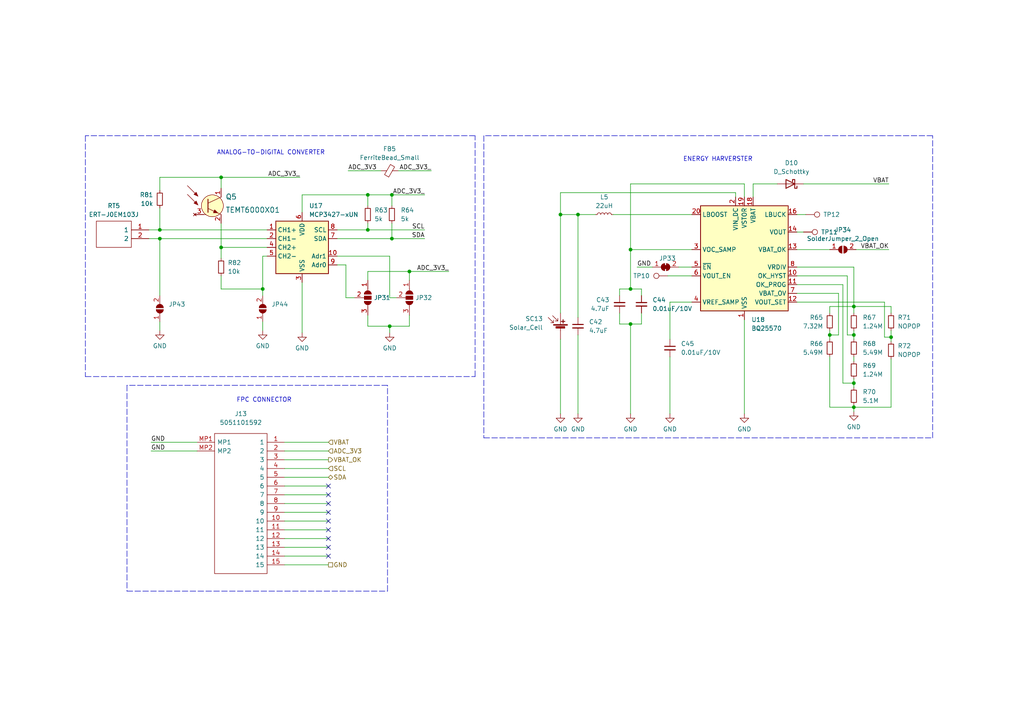
<source format=kicad_sch>
(kicad_sch (version 20211123) (generator eeschema)
  (paper "A4")
  (title_block (title "FZSatellite") (date "2022-10-21") (rev "2") (company "Fiozera - fiozera.com.br") (comment 1 "https://github.com/fiozera/FZsatellite") (comment 2 "Licensed under CERN-OHL-S v2 or later"))
  (lib_symbols
    (symbol "Analog_ADC:MCP3427-xUN"
      (property "Reference" "U" (at -3.81 8.89 0))
      (property "Value" "MCP3427-xUN" (at 2.54 8.89 0))
      (symbol "MCP3427-xUN_0_1"
        (rectangle (start -7.62 7.62) (end 7.62 -7.62) (stroke (width 0.254)) (fill (type background)))
      )
      (symbol "MCP3427-xUN_1_1"
        (pin input line (at -10.16 5.08 0) (length 2.54) (name "CH1+") (number "1"))
        (pin input line (at 10.16 -2.54 180) (length 2.54) (name "Adr1") (number "10"))
        (pin input line (at -10.16 2.54 0) (length 2.54) (name "CH1-") (number "2"))
        (pin power_in line (at 0 -10.16 90) (length 2.54) (name "VSS") (number "3"))
        (pin input line (at -10.16 0 0) (length 2.54) (name "CH2+") (number "4"))
        (pin input line (at -10.16 -2.54 0) (length 2.54) (name "CH2-") (number "5"))
        (pin power_in line (at 0 10.16 270) (length 2.54) (name "VDD") (number "6"))
        (pin bidirectional line (at 10.16 2.54 180) (length 2.54) (name "SDA") (number "7"))
        (pin input line (at 10.16 5.08 180) (length 2.54) (name "SCL") (number "8"))
        (pin input line (at 10.16 -5.08 180) (length 2.54) (name "Adr0") (number "9"))
      )
    )
    (symbol "Battery_Management:BQ25570"
      (property "Reference" "U" (at -12.7 16.51 0))
      (property "Value" "BQ25570" (at 10.16 16.51 0))
      (symbol "BQ25570_0_1"
        (rectangle (start -12.7 15.24) (end 12.7 -15.24) (stroke (width 0.254)) (fill (type background)))
      )
      (symbol "BQ25570_1_1"
        (pin power_in line (at 0 -17.78 90) (length 2.54) (name "VSS") (number "1"))
        (pin input line (at 15.24 -5.08 180) (length 2.54) (name "OK_HYST") (number "10"))
        (pin input line (at 15.24 -7.62 180) (length 2.54) (name "OK_PROG") (number "11"))
        (pin input line (at 15.24 -12.7 180) (length 2.54) (name "VOUT_SET") (number "12"))
        (pin output line (at 15.24 2.54 180) (length 2.54) (name "VBAT_OK") (number "13"))
        (pin input line (at 15.24 7.62 180) (length 2.54) (name "VOUT") (number "14"))
        (pin passive line (at 0 -17.78 90) (length 2.54) hide (name "VSS") (number "15"))
        (pin passive line (at 15.24 12.7 180) (length 2.54) (name "LBUCK") (number "16"))
        (pin passive line (at 0 -17.78 90) (length 2.54) hide (name "VSS") (number "17"))
        (pin power_in line (at 2.54 17.78 270) (length 2.54) (name "VBAT") (number "18"))
        (pin power_out line (at 0 17.78 270) (length 2.54) (name "VSTOR") (number "19"))
        (pin power_in line (at -2.54 17.78 270) (length 2.54) (name "VIN_DC") (number "2"))
        (pin passive line (at -15.24 12.7 0) (length 2.54) (name "LBOOST") (number "20"))
        (pin passive line (at 0 -17.78 90) (length 2.54) hide (name "VSS") (number "21"))
        (pin input line (at -15.24 2.54 0) (length 2.54) (name "VOC_SAMP") (number "3"))
        (pin passive line (at -15.24 -12.7 0) (length 2.54) (name "VREF_SAMP") (number "4"))
        (pin input line (at -15.24 -2.54 0) (length 2.54) (name "~{EN}") (number "5"))
        (pin input line (at -15.24 -5.08 0) (length 2.54) (name "VOUT_EN") (number "6"))
        (pin input line (at 15.24 -10.16 180) (length 2.54) (name "VBAT_OV") (number "7"))
        (pin output line (at 15.24 -2.54 180) (length 2.54) (name "VRDIV") (number "8"))
        (pin passive line (at 0 -17.78 90) (length 2.54) hide (name "VSS") (number "9"))
      )
    )
    (symbol "Connector:TestPoint" (pin_numbers hide) (pin_names (offset 0.762) hide)
      (property "Reference" "TP" (at 0 6.858 0))
      (property "Value" "TestPoint" (at 0 5.08 0))
      (symbol "TestPoint_0_1"
        (circle (center 0 3.302) (radius 0.762))
      )
      (symbol "TestPoint_1_1"
        (pin passive line (at 0 0 90) (length 2.54) (name "1") (number "1"))
      )
    )
    (symbol "Device:C_Small" (pin_numbers hide) (pin_names (offset 0.254) hide)
      (property "Reference" "C" (at 0.254 1.778 0))
      (property "Value" "C_Small" (at 0.254 -2.032 0))
      (symbol "C_Small_0_1"
        (polyline (pts (xy -1.524 -0.508) (xy 1.524 -0.508)) (stroke (width 0.3302)))
        (polyline (pts (xy -1.524 0.508) (xy 1.524 0.508)) (stroke (width 0.3048)))
      )
      (symbol "C_Small_1_1"
        (pin passive line (at 0 2.54 270) (length 2.032) (name "~") (number "1"))
        (pin passive line (at 0 -2.54 90) (length 2.032) (name "~") (number "2"))
      )
    )
    (symbol "Device:D_Schottky" (pin_numbers hide) (pin_names (offset 1.016) hide)
      (property "Reference" "D" (at 0 2.54 0))
      (property "Value" "D_Schottky" (at 0 -2.54 0))
      (symbol "D_Schottky_0_1"
        (polyline (pts (xy 1.27 0) (xy -1.27 0)))
        (polyline (pts (xy 1.27 1.27) (xy 1.27 -1.27) (xy -1.27 0) (xy 1.27 1.27)) (stroke (width 0.254)))
        (polyline (pts (xy -1.905 0.635) (xy -1.905 1.27) (xy -1.27 1.27) (xy -1.27 -1.27) (xy -0.635 -1.27) (xy -0.635 -0.635)) (stroke (width 0.254)))
      )
      (symbol "D_Schottky_1_1"
        (pin passive line (at -3.81 0 0) (length 2.54) (name "K") (number "1"))
        (pin passive line (at 3.81 0 180) (length 2.54) (name "A") (number "2"))
      )
    )
    (symbol "Device:FerriteBead_Small" (pin_numbers hide) (pin_names (offset 0))
      (property "Reference" "FB" (at 1.905 1.27 0))
      (property "Value" "FerriteBead_Small" (at 1.905 -1.27 0))
      (symbol "FerriteBead_Small_0_1"
        (polyline (pts (xy 0 -1.27) (xy 0 -0.7874)))
        (polyline (pts (xy 0 0.889) (xy 0 1.2954)))
        (polyline (pts (xy -1.8288 0.2794) (xy -1.1176 1.4986) (xy 1.8288 -0.2032) (xy 1.1176 -1.4224) (xy -1.8288 0.2794)))
      )
      (symbol "FerriteBead_Small_1_1"
        (pin passive line (at 0 2.54 270) (length 1.27) (name "~") (number "1"))
        (pin passive line (at 0 -2.54 90) (length 1.27) (name "~") (number "2"))
      )
    )
    (symbol "Device:L_Small" (pin_numbers hide) (pin_names (offset 0.254) hide)
      (property "Reference" "L" (at 0.762 1.016 0))
      (property "Value" "L_Small" (at 0.762 -1.016 0))
      (symbol "L_Small_0_1"
        (arc (start 0 -2.032) (mid 0.508 -1.524) (end 0 -1.016))
        (arc (start 0 -1.016) (mid 0.508 -0.508) (end 0 0))
        (arc (start 0 0) (mid 0.508 0.508) (end 0 1.016))
        (arc (start 0 1.016) (mid 0.508 1.524) (end 0 2.032))
      )
      (symbol "L_Small_1_1"
        (pin passive line (at 0 2.54 270) (length 0.508) (name "~") (number "1"))
        (pin passive line (at 0 -2.54 90) (length 0.508) (name "~") (number "2"))
      )
    )
    (symbol "Device:R_Small" (pin_numbers hide) (pin_names (offset 0.254) hide)
      (property "Reference" "R" (at 0.762 0.508 0))
      (property "Value" "R_Small" (at 0.762 -1.016 0))
      (symbol "R_Small_0_1"
        (rectangle (start -0.762 1.778) (end 0.762 -1.778) (stroke (width 0.2032)))
      )
      (symbol "R_Small_1_1"
        (pin passive line (at 0 2.54 270) (length 0.762) (name "~") (number "1"))
        (pin passive line (at 0 -2.54 90) (length 0.762) (name "~") (number "2"))
      )
    )
    (symbol "Device:Solar_Cell" (pin_numbers hide) (pin_names (offset 0) hide)
      (property "Reference" "SC" (at 2.54 2.54 0))
      (property "Value" "Solar_Cell" (at 2.54 0 0))
      (symbol "Solar_Cell_0_1"
        (rectangle (start -2.032 1.778) (end 2.032 1.524) (fill (type outline)))
        (rectangle (start -1.3208 1.1938) (end 1.27 0.6858) (fill (type outline)))
        (polyline (pts (xy -2.032 2.286) (xy -3.556 3.81)))
        (polyline (pts (xy -0.762 2.794) (xy -2.286 4.318)))
        (polyline (pts (xy 0 0.762) (xy 0 0)))
        (polyline (pts (xy 0 1.778) (xy 0 2.54)))
        (polyline (pts (xy 0.254 2.667) (xy 1.27 2.667)) (stroke (width 0.254)))
        (polyline (pts (xy 0.762 3.175) (xy 0.762 2.159)) (stroke (width 0.254)))
        (polyline (pts (xy -2.032 3.048) (xy -2.032 2.286) (xy -2.794 2.286)))
        (polyline (pts (xy -0.762 3.556) (xy -0.762 2.794) (xy -1.524 2.794)))
      )
      (symbol "Solar_Cell_1_1"
        (pin passive line (at 0 5.08 270) (length 2.54) (name "+") (number "1"))
        (pin passive line (at 0 -2.54 90) (length 2.54) (name "-") (number "2"))
      )
    )
    (symbol "Jumper:SolderJumper_2_Bridged" (pin_names (offset 0) hide)
      (property "Reference" "JP" (at 0 2.032 0))
      (property "Value" "SolderJumper_2_Bridged" (at 0 -2.54 0))
      (symbol "SolderJumper_2_Bridged_0_1"
        (rectangle (start -0.508 0.508) (end 0.508 -0.508) (fill (type outline)))
        (arc (start -0.254 1.016) (mid -1.27 0) (end -0.254 -1.016))
        (arc (start -0.254 1.016) (mid -1.27 0) (end -0.254 -1.016) (fill (type outline)))
        (polyline (pts (xy -0.254 1.016) (xy -0.254 -1.016)))
        (polyline (pts (xy 0.254 1.016) (xy 0.254 -1.016)))
        (arc (start 0.254 -1.016) (mid 1.27 0) (end 0.254 1.016))
        (arc (start 0.254 -1.016) (mid 1.27 0) (end 0.254 1.016) (fill (type outline)))
      )
      (symbol "SolderJumper_2_Bridged_1_1"
        (pin passive line (at -3.81 0 0) (length 2.54) (name "A") (number "1"))
        (pin passive line (at 3.81 0 180) (length 2.54) (name "B") (number "2"))
      )
    )
    (symbol "Jumper:SolderJumper_2_Open" (pin_names (offset 0) hide)
      (property "Reference" "JP" (at 0 2.032 0))
      (property "Value" "SolderJumper_2_Open" (at 0 -2.54 0))
      (symbol "SolderJumper_2_Open_0_1"
        (arc (start -0.254 1.016) (mid -1.27 0) (end -0.254 -1.016))
        (arc (start -0.254 1.016) (mid -1.27 0) (end -0.254 -1.016) (fill (type outline)))
        (polyline (pts (xy -0.254 1.016) (xy -0.254 -1.016)))
        (polyline (pts (xy 0.254 1.016) (xy 0.254 -1.016)))
        (arc (start 0.254 -1.016) (mid 1.27 0) (end 0.254 1.016))
        (arc (start 0.254 -1.016) (mid 1.27 0) (end 0.254 1.016) (fill (type outline)))
      )
      (symbol "SolderJumper_2_Open_1_1"
        (pin passive line (at -3.81 0 0) (length 2.54) (name "A") (number "1"))
        (pin passive line (at 3.81 0 180) (length 2.54) (name "B") (number "2"))
      )
    )
    (symbol "Jumper:SolderJumper_3_Open" (pin_names (offset 0) hide)
      (property "Reference" "JP" (at -2.54 -2.54 0))
      (property "Value" "SolderJumper_3_Open" (at 0 2.794 0))
      (symbol "SolderJumper_3_Open_0_1"
        (arc (start -1.016 1.016) (mid -2.032 0) (end -1.016 -1.016))
        (arc (start -1.016 1.016) (mid -2.032 0) (end -1.016 -1.016) (fill (type outline)))
        (rectangle (start -0.508 1.016) (end 0.508 -1.016) (fill (type outline)))
        (polyline (pts (xy -2.54 0) (xy -2.032 0)))
        (polyline (pts (xy -1.016 1.016) (xy -1.016 -1.016)))
        (polyline (pts (xy 0 -1.27) (xy 0 -1.016)))
        (polyline (pts (xy 1.016 1.016) (xy 1.016 -1.016)))
        (polyline (pts (xy 2.54 0) (xy 2.032 0)))
        (arc (start 1.016 -1.016) (mid 2.032 0) (end 1.016 1.016))
        (arc (start 1.016 -1.016) (mid 2.032 0) (end 1.016 1.016) (fill (type outline)))
      )
      (symbol "SolderJumper_3_Open_1_1"
        (pin passive line (at -5.08 0 0) (length 2.54) (name "A") (number "1"))
        (pin input line (at 0 -3.81 90) (length 2.54) (name "C") (number "2"))
        (pin passive line (at 5.08 0 180) (length 2.54) (name "B") (number "3"))
      )
    )
    (symbol "SamacSys_Parts:5051101592" (pin_names (offset 0.762))
      (property "Reference" "J" (at 21.59 7.62 0))
      (property "Value" "5051101592" (at 21.59 5.08 0))
      (symbol "5051101592_0_0"
        (pin passive line (at 25.4 0 180) (length 5.08) (name "1") (number "1"))
        (pin passive line (at 25.4 -22.86 180) (length 5.08) (name "10") (number "10"))
        (pin passive line (at 25.4 -25.4 180) (length 5.08) (name "11") (number "11"))
        (pin passive line (at 25.4 -27.94 180) (length 5.08) (name "12") (number "12"))
        (pin passive line (at 25.4 -30.48 180) (length 5.08) (name "13") (number "13"))
        (pin passive line (at 25.4 -33.02 180) (length 5.08) (name "14") (number "14"))
        (pin passive line (at 25.4 -35.56 180) (length 5.08) (name "15") (number "15"))
        (pin passive line (at 25.4 -2.54 180) (length 5.08) (name "2") (number "2"))
        (pin passive line (at 25.4 -5.08 180) (length 5.08) (name "3") (number "3"))
        (pin passive line (at 25.4 -7.62 180) (length 5.08) (name "4") (number "4"))
        (pin passive line (at 25.4 -10.16 180) (length 5.08) (name "5") (number "5"))
        (pin passive line (at 25.4 -12.7 180) (length 5.08) (name "6") (number "6"))
        (pin passive line (at 25.4 -15.24 180) (length 5.08) (name "7") (number "7"))
        (pin passive line (at 25.4 -17.78 180) (length 5.08) (name "8") (number "8"))
        (pin passive line (at 25.4 -20.32 180) (length 5.08) (name "9") (number "9"))
        (pin passive line (at 0 0 0) (length 5.08) (name "MP1") (number "MP1"))
        (pin passive line (at 0 -2.54 0) (length 5.08) (name "MP2") (number "MP2"))
      )
      (symbol "5051101592_0_1"
        (polyline (pts (xy 5.08 2.54) (xy 20.32 2.54) (xy 20.32 -38.1) (xy 5.08 -38.1) (xy 5.08 2.54)) (stroke (width 0.1524)))
      )
    )
    (symbol "SamacSys_Parts:ERT-J0EM103J" (pin_names (offset 0.762))
      (property "Reference" "RT" (at 16.51 7.62 0))
      (property "Value" "ERT-J0EM103J" (at 16.51 5.08 0))
      (symbol "ERT-J0EM103J_0_0"
        (pin passive line (at 0 0 0) (length 5.08) (name "1") (number "1"))
        (pin passive line (at 0 -2.54 0) (length 5.08) (name "2") (number "2"))
      )
      (symbol "ERT-J0EM103J_0_1"
        (polyline (pts (xy 5.08 2.54) (xy 15.24 2.54) (xy 15.24 -5.08) (xy 5.08 -5.08) (xy 5.08 2.54)) (stroke (width 0.1524)))
      )
    )
    (symbol "dk_Optical-Sensors-Phototransistors:TEMT6000X01" (pin_names (offset 0) hide)
      (property "Reference" "Q" (at -1.27 5.08 0))
      (property "Value" "TEMT6000X01" (at 6.35 0 90))
      (symbol "TEMT6000X01_0_1"
        (polyline (pts (xy -7.239 3.302) (xy -4.953 1.016)))
        (polyline (pts (xy -7.239 5.842) (xy -4.953 3.556)))
        (polyline (pts (xy -2.54 -2.54) (xy -1.905 -2.54)))
        (polyline (pts (xy -1.27 -1.905) (xy -1.27 1.905)) (stroke (width 0.254)))
        (polyline (pts (xy -1.27 -0.762) (xy 2.54 -2.54)))
        (polyline (pts (xy -1.27 0.762) (xy 2.54 2.54)))
        (polyline (pts (xy -4.191 0.254) (xy -5.334 0.762) (xy -4.699 1.397) (xy -4.191 0.254)) (fill (type outline)))
        (polyline (pts (xy -4.191 2.794) (xy -5.334 3.302) (xy -4.699 3.937) (xy -4.191 2.794)) (fill (type outline)))
        (polyline (pts (xy 1.524 -2.032) (xy 0.3048 -2.032) (xy 0.6604 -1.1684) (xy 1.524 -2.032)) (fill (type outline)))
        (circle (center 0 0) (radius 3.175) (fill (type background)))
      )
      (symbol "TEMT6000X01_1_1"
        (pin passive line (at 2.54 5.08 270) (length 2.54) (name "C") (number "1"))
        (pin passive line (at 2.54 -5.08 90) (length 2.54) (name "E") (number "2"))
        (pin no_connect line (at -5.08 -2.54 0) (length 2.54) (name "NC") (number "3"))
      )
    )
    (symbol "power:GND" (power) (pin_names (offset 0))
      (property "Value" "GND" (at 0 -3.81 0))
      (symbol "GND_0_1"
        (polyline (pts (xy 0 0) (xy 0 -1.27) (xy 1.27 -1.27) (xy 0 -2.54) (xy -1.27 -1.27) (xy 0 -1.27)))
      )
      (symbol "GND_1_1"
        (pin power_in line (at 0 0 270) (length 0) hide (name "GND") (number "1"))
      )
    )
  )
  (junction (at 113.665 69.215))
  (junction (at 118.745 78.74))
  (junction (at 46.355 66.675))
  (junction (at 106.68 66.675))
  (junction (at 64.135 51.435))
  (junction (at 258.445 97.79))
  (junction (at 182.88 93.98))
  (junction (at 240.665 97.155))
  (junction (at 46.355 69.215))
  (junction (at 247.65 118.11))
  (junction (at 182.88 72.39))
  (junction (at 113.03 94.615))
  (junction (at 113.665 56.515))
  (junction (at 64.135 71.755))
  (junction (at 167.64 62.23))
  (junction (at 162.56 62.23))
  (junction (at 106.68 56.515))
  (junction (at 247.65 97.155))
  (junction (at 182.88 83.82))
  (junction (at 247.65 111.125))
  (junction (at 76.2 83.82))
  (junction (at 247.65 88.9))
  (no_connect (at 95.25 146.05))
  (no_connect (at 95.25 153.67))
  (no_connect (at 95.25 161.29))
  (no_connect (at 95.25 140.97))
  (no_connect (at 95.25 158.75))
  (no_connect (at 95.25 148.59))
  (no_connect (at 95.25 143.51))
  (no_connect (at 95.25 151.13))
  (no_connect (at 95.25 156.21))
  (wire (pts (xy 247.65 117.475) (xy 247.65 118.11)))
  (wire (pts (xy 118.745 78.74) (xy 130.175 78.74)))
  (wire (pts (xy 64.135 80.01) (xy 64.135 83.82)))
  (polyline (pts (xy 36.83 111.76) (xy 36.83 171.45)))
  (wire (pts (xy 46.355 60.325) (xy 46.355 66.675)))
  (wire (pts (xy 200.66 87.63) (xy 194.31 87.63)))
  (wire (pts (xy 247.65 95.885) (xy 247.65 97.155)))
  (polyline (pts (xy 140.335 39.37) (xy 140.335 127)))
  (wire (pts (xy 76.2 83.82) (xy 76.2 85.725)))
  (wire (pts (xy 64.135 83.82) (xy 76.2 83.82)))
  (wire (pts (xy 113.665 64.77) (xy 113.665 69.215)))
  (wire (pts (xy 113.03 94.615) (xy 113.03 96.52)))
  (polyline (pts (xy 112.395 171.45) (xy 112.395 111.76)))
  (wire (pts (xy 247.65 103.505) (xy 247.65 104.775)))
  (wire (pts (xy 167.64 62.23) (xy 162.56 62.23)))
  (wire (pts (xy 82.55 158.75) (xy 95.25 158.75)))
  (wire (pts (xy 87.63 81.915) (xy 87.63 96.52)))
  (wire (pts (xy 231.14 85.09) (xy 243.205 85.09)))
  (wire (pts (xy 43.18 66.675) (xy 46.355 66.675)))
  (wire (pts (xy 193.675 80.01) (xy 200.66 80.01)))
  (wire (pts (xy 82.55 143.51) (xy 95.25 143.51)))
  (wire (pts (xy 231.14 67.31) (xy 233.045 67.31)))
  (wire (pts (xy 82.55 140.97) (xy 95.25 140.97)))
  (wire (pts (xy 215.9 57.15) (xy 215.9 53.34)))
  (wire (pts (xy 82.55 146.05) (xy 95.25 146.05)))
  (wire (pts (xy 82.55 133.35) (xy 95.25 133.35)))
  (wire (pts (xy 46.355 66.675) (xy 77.47 66.675)))
  (wire (pts (xy 194.31 87.63) (xy 194.31 98.425)))
  (wire (pts (xy 106.68 81.28) (xy 106.68 78.74)))
  (wire (pts (xy 244.475 111.125) (xy 247.65 111.125)))
  (wire (pts (xy 247.65 77.47) (xy 247.65 88.9)))
  (wire (pts (xy 43.815 128.27) (xy 57.15 128.27)))
  (wire (pts (xy 248.285 72.39) (xy 257.81 72.39)))
  (wire (pts (xy 215.9 53.34) (xy 182.88 53.34)))
  (wire (pts (xy 87.63 61.595) (xy 87.63 56.515)))
  (wire (pts (xy 256.54 87.63) (xy 256.54 97.79)))
  (wire (pts (xy 182.88 83.82) (xy 182.88 72.39)))
  (wire (pts (xy 186.055 93.98) (xy 186.055 90.805)))
  (wire (pts (xy 182.88 93.98) (xy 182.88 120.015)))
  (wire (pts (xy 46.355 51.435) (xy 64.135 51.435)))
  (wire (pts (xy 179.705 83.82) (xy 182.88 83.82)))
  (wire (pts (xy 231.14 72.39) (xy 240.665 72.39)))
  (polyline (pts (xy 137.795 39.37) (xy 24.765 39.37)))
  (wire (pts (xy 100.33 76.835) (xy 97.79 76.835)))
  (wire (pts (xy 162.56 98.425) (xy 162.56 120.015)))
  (wire (pts (xy 179.705 93.98) (xy 182.88 93.98)))
  (wire (pts (xy 231.14 87.63) (xy 256.54 87.63)))
  (polyline (pts (xy 24.765 109.22) (xy 137.795 109.22)))
  (wire (pts (xy 194.31 103.505) (xy 194.31 120.015)))
  (wire (pts (xy 43.815 130.81) (xy 57.15 130.81)))
  (wire (pts (xy 247.65 109.855) (xy 247.65 111.125)))
  (wire (pts (xy 231.14 62.23) (xy 233.68 62.23)))
  (wire (pts (xy 118.745 94.615) (xy 118.745 91.44)))
  (wire (pts (xy 46.355 69.215) (xy 46.355 85.725)))
  (wire (pts (xy 113.665 56.515) (xy 113.665 59.69)))
  (wire (pts (xy 76.2 74.295) (xy 76.2 83.82)))
  (wire (pts (xy 106.68 56.515) (xy 106.68 59.69)))
  (wire (pts (xy 113.03 74.295) (xy 113.03 86.36)))
  (polyline (pts (xy 270.51 127) (xy 270.51 39.37)))
  (wire (pts (xy 179.705 85.725) (xy 179.705 83.82)))
  (wire (pts (xy 64.135 64.77) (xy 64.135 71.755)))
  (wire (pts (xy 106.68 64.77) (xy 106.68 66.675)))
  (wire (pts (xy 240.665 95.885) (xy 240.665 97.155)))
  (wire (pts (xy 97.79 69.215) (xy 113.665 69.215)))
  (wire (pts (xy 179.705 90.805) (xy 179.705 93.98)))
  (wire (pts (xy 182.88 83.82) (xy 186.055 83.82)))
  (wire (pts (xy 46.355 93.345) (xy 46.355 95.885)))
  (wire (pts (xy 184.785 77.47) (xy 189.23 77.47)))
  (wire (pts (xy 97.79 66.675) (xy 106.68 66.675)))
  (wire (pts (xy 240.665 118.11) (xy 247.65 118.11)))
  (wire (pts (xy 213.36 57.15) (xy 213.36 55.88)))
  (wire (pts (xy 218.44 53.34) (xy 225.425 53.34)))
  (wire (pts (xy 64.135 71.755) (xy 77.47 71.755)))
  (wire (pts (xy 247.65 97.155) (xy 247.65 98.425)))
  (wire (pts (xy 172.72 62.23) (xy 167.64 62.23)))
  (wire (pts (xy 233.045 53.34) (xy 257.81 53.34)))
  (wire (pts (xy 82.55 148.59) (xy 95.25 148.59)))
  (wire (pts (xy 213.36 55.88) (xy 162.56 55.88)))
  (wire (pts (xy 256.54 97.79) (xy 258.445 97.79)))
  (wire (pts (xy 113.03 94.615) (xy 118.745 94.615)))
  (wire (pts (xy 162.56 55.88) (xy 162.56 62.23)))
  (wire (pts (xy 240.665 88.9) (xy 247.65 88.9)))
  (wire (pts (xy 258.445 97.79) (xy 258.445 99.06)))
  (polyline (pts (xy 140.335 127) (xy 270.51 127)))
  (wire (pts (xy 100.33 86.36) (xy 100.33 76.835)))
  (wire (pts (xy 240.665 90.805) (xy 240.665 88.9)))
  (wire (pts (xy 82.55 151.13) (xy 95.25 151.13)))
  (wire (pts (xy 82.55 156.21) (xy 95.25 156.21)))
  (wire (pts (xy 64.135 71.755) (xy 64.135 74.93)))
  (wire (pts (xy 215.9 92.71) (xy 215.9 120.015)))
  (wire (pts (xy 113.665 56.515) (xy 123.19 56.515)))
  (wire (pts (xy 46.355 51.435) (xy 46.355 55.245)))
  (wire (pts (xy 87.63 56.515) (xy 106.68 56.515)))
  (wire (pts (xy 162.56 62.23) (xy 162.56 90.805)))
  (wire (pts (xy 82.55 153.67) (xy 95.25 153.67)))
  (wire (pts (xy 82.55 161.29) (xy 95.25 161.29)))
  (polyline (pts (xy 112.395 111.76) (xy 36.83 111.76)))
  (wire (pts (xy 82.55 135.89) (xy 95.25 135.89)))
  (wire (pts (xy 258.445 97.79) (xy 258.445 95.885)))
  (wire (pts (xy 118.745 78.74) (xy 118.745 81.28)))
  (wire (pts (xy 43.18 69.215) (xy 46.355 69.215)))
  (wire (pts (xy 106.68 56.515) (xy 113.665 56.515)))
  (wire (pts (xy 113.03 86.36) (xy 114.935 86.36)))
  (wire (pts (xy 182.88 93.98) (xy 186.055 93.98)))
  (wire (pts (xy 106.68 78.74) (xy 118.745 78.74)))
  (wire (pts (xy 245.745 97.155) (xy 247.65 97.155)))
  (wire (pts (xy 247.65 88.9) (xy 247.65 90.805)))
  (polyline (pts (xy 24.765 39.37) (xy 24.765 109.22)))
  (wire (pts (xy 231.14 82.55) (xy 244.475 82.55)))
  (wire (pts (xy 245.745 80.01) (xy 245.745 97.155)))
  (wire (pts (xy 167.64 97.155) (xy 167.64 120.015)))
  (wire (pts (xy 82.55 138.43) (xy 95.25 138.43)))
  (wire (pts (xy 64.135 51.435) (xy 86.995 51.435)))
  (polyline (pts (xy 36.83 171.45) (xy 112.395 171.45)))
  (polyline (pts (xy 137.795 109.22) (xy 137.795 39.37)))
  (wire (pts (xy 182.88 53.34) (xy 182.88 72.39)))
  (polyline (pts (xy 270.51 39.37) (xy 140.335 39.37)))
  (wire (pts (xy 76.2 93.345) (xy 76.2 95.885)))
  (wire (pts (xy 240.665 103.505) (xy 240.665 118.11)))
  (wire (pts (xy 258.445 88.9) (xy 247.65 88.9)))
  (wire (pts (xy 46.355 69.215) (xy 77.47 69.215)))
  (wire (pts (xy 64.135 51.435) (xy 64.135 54.61)))
  (wire (pts (xy 97.79 74.295) (xy 113.03 74.295)))
  (wire (pts (xy 258.445 90.805) (xy 258.445 88.9)))
  (wire (pts (xy 240.665 97.155) (xy 240.665 98.425)))
  (wire (pts (xy 82.55 163.83) (xy 95.25 163.83)))
  (wire (pts (xy 77.47 74.295) (xy 76.2 74.295)))
  (wire (pts (xy 196.85 77.47) (xy 200.66 77.47)))
  (wire (pts (xy 218.44 57.15) (xy 218.44 53.34)))
  (wire (pts (xy 243.205 97.155) (xy 240.665 97.155)))
  (wire (pts (xy 186.055 83.82) (xy 186.055 85.725)))
  (wire (pts (xy 231.14 80.01) (xy 245.745 80.01)))
  (wire (pts (xy 258.445 104.14) (xy 258.445 118.11)))
  (wire (pts (xy 102.87 86.36) (xy 100.33 86.36)))
  (wire (pts (xy 106.68 91.44) (xy 106.68 94.615)))
  (wire (pts (xy 106.68 94.615) (xy 113.03 94.615)))
  (wire (pts (xy 82.55 130.81) (xy 95.25 130.81)))
  (wire (pts (xy 115.57 49.53) (xy 125.095 49.53)))
  (wire (pts (xy 82.55 128.27) (xy 95.25 128.27)))
  (wire (pts (xy 247.65 111.125) (xy 247.65 112.395)))
  (wire (pts (xy 243.205 85.09) (xy 243.205 97.155)))
  (wire (pts (xy 231.14 77.47) (xy 247.65 77.47)))
  (wire (pts (xy 106.68 66.675) (xy 123.19 66.675)))
  (wire (pts (xy 244.475 82.55) (xy 244.475 111.125)))
  (wire (pts (xy 167.64 62.23) (xy 167.64 92.075)))
  (wire (pts (xy 247.65 118.11) (xy 258.445 118.11)))
  (wire (pts (xy 110.49 49.53) (xy 100.965 49.53)))
  (wire (pts (xy 247.65 118.11) (xy 247.65 119.38)))
  (wire (pts (xy 113.665 69.215) (xy 123.19 69.215)))
  (wire (pts (xy 177.8 62.23) (xy 200.66 62.23)))
  (wire (pts (xy 182.88 72.39) (xy 200.66 72.39)))
  (text "ANALOG-TO-DIGITAL CONVERTER" (at 62.865 45.085 0) (effects (font (size 1.27 1.27)) (justify left bottom)))
  (text "FPC CONNECTOR" (at 68.58 116.84 0) (effects (font (size 1.27 1.27)) (justify left bottom)))
  (text "ENERGY HARVERSTER" (at 198.12 46.99 0) (effects (font (size 1.27 1.27)) (justify left bottom)))
  (label "SCL" (at 123.19 66.675 180))
  (label "ADC_3V3" (at 100.965 49.53 0))
  (label "ADC_3V3_" (at 130.175 78.74 180))
  (label "GND" (at 184.785 77.47 0))
  (label "ADC_3V3_" (at 86.995 51.435 180))
  (label "GND" (at 43.815 130.81 0))
  (label "ADC_3V3_" (at 125.095 49.53 180))
  (label "VBAT_OK" (at 257.81 72.39 180))
  (label "ADC_3V3_" (at 123.19 56.515 180))
  (label "GND" (at 43.815 128.27 0))
  (label "VBAT" (at 257.81 53.34 180))
  (label "SDA" (at 123.19 69.215 180))
  (hierarchical_label "SDA" (shape bidirectional) (at 95.25 138.43 0))
  (hierarchical_label "SCL" (shape input) (at 95.25 135.89 0))
  (hierarchical_label "ADC_3V3" (shape input) (at 95.25 130.81 0))
  (hierarchical_label "VBAT_OK" (shape output) (at 95.25 133.35 0))
  (hierarchical_label "GND" (shape passive) (at 95.25 163.83 0))
  (hierarchical_label "VBAT" (shape input) (at 95.25 128.27 0))
  (symbol (lib_id "Device:Solar_Cell") (at 162.56 95.885 0) (unit 1)
    (property "Reference" "SC13" (at 157.48 92.4559 0) (effects (justify right)))
    (property "Value" "Solar_Cell" (at 157.48 94.9959 0) (effects (justify right)))
    (property "Footprint" "Fiozera:SM141K08LV" (effects hide))
  )
  (symbol (lib_id "SamacSys_Parts:ERT-J0EM103J") (at 43.18 66.675 0) (mirror y) (unit 1)
    (property "Reference" "RT5" (at 33.02 59.69 0))
    (property "Value" "ERT-J0EM103J" (at 33.02 62.23 0))
    (property "Footprint" "SamacSys_Parts:THRMC1005X55N" (effects hide))
    (property "Datasheet" "https://componentsearchengine.com/Datasheets/1/ERT-J0EM103J.pdf" (effects hide))
    (property "Description" "PANASONIC ELECTRONIC COMPONENTS - ERT-J0EM103J - THERMISTOR, NTC, 10KOHM, 5%, SMD" (effects hide))
    (property "Height" "0.55" (effects hide))
    (property "Mouser Part Number" "667-ERT-J0EM103J" (effects hide))
    (property "Mouser Price/Stock" "https://www.mouser.com/Search/Refine.aspx?Keyword=667-ERT-J0EM103J" (effects hide))
    (property "Manufacturer_Name" "Panasonic" (effects hide))
    (property "Manufacturer_Part_Number" "ERT-J0EM103J" (effects hide))
  )
  (symbol (lib_id "Jumper:SolderJumper_2_Open") (at 46.355 89.535 90) (unit 1)
    (property "Reference" "JP43" (at 48.895 88.2649 90) (effects (justify right)))
    (property "Value" "SolderJumper_2_Open" (effects hide))
    (property "Footprint" "Jumper:SolderJumper-2_P1.3mm_Open_RoundedPad1.0x1.5mm" (effects hide))
  )
  (symbol (lib_id "power:GND") (at 76.2 95.885 0) (unit 1)
    (property "Reference" "#PWR0194" (effects hide))
    (property "Value" "GND" (at 76.2 100.33 0))
  )
  (symbol (lib_id "dk_Optical-Sensors-Phototransistors:TEMT6000X01") (at 61.595 59.69 0) (unit 1)
    (property "Reference" "Q5" (at 65.405 57.0865 0) (effects (font (size 1.524 1.524)) (justify left)))
    (property "Value" "TEMT6000X01" (at 65.405 60.8965 0) (effects (font (size 1.524 1.524)) (justify left)))
    (property "Footprint" "digikey-footprints:Phototransistor_SMD_4x2mm_TEMT6000X01" (effects hide))
    (property "Datasheet" "http://www.vishay.com/docs/81579/temt6000.pdf" (effects hide))
    (property "Digi-Key_PN" "751-1055-1-ND" (effects hide))
    (property "MPN" "TEMT6000X01" (effects hide))
    (property "Category" "Sensors, Transducers" (effects hide))
    (property "Family" "Optical Sensors - Phototransistors" (effects hide))
    (property "DK_Datasheet_Link" "http://www.vishay.com/docs/81579/temt6000.pdf" (effects hide))
    (property "DK_Detail_Page" "/product-detail/en/vishay-semiconductor-opto-division/TEMT6000X01/751-1055-1-ND/1681410" (effects hide))
    (property "Description" "SENSOR PHOTO 570NM TOP VIEW 1206" (effects hide))
    (property "Manufacturer" "Vishay Semiconductor Opto Division" (effects hide))
    (property "Status" "Active" (effects hide))
  )
  (symbol (lib_id "Device:R_Small") (at 240.665 100.965 0) (mirror x) (unit 1)
    (property "Reference" "R66" (at 238.76 99.6949 0) (effects (justify right)))
    (property "Value" "5.49M" (at 238.76 102.2349 0) (effects (justify right)))
    (property "Footprint" "Resistor_SMD:R_0402_1005Metric" (effects hide))
  )
  (symbol (lib_id "Jumper:SolderJumper_2_Open") (at 244.475 72.39 0) (unit 1)
    (property "Reference" "JP34" (at 244.475 66.675 0))
    (property "Value" "SolderJumper_2_Open" (at 244.475 69.215 0))
    (property "Footprint" "Jumper:SolderJumper-2_P1.3mm_Open_RoundedPad1.0x1.5mm" (effects hide))
  )
  (symbol (lib_id "Jumper:SolderJumper_2_Open") (at 76.2 89.535 90) (unit 1)
    (property "Reference" "JP44" (at 78.74 88.2649 90) (effects (justify right)))
    (property "Value" "SolderJumper_2_Open" (effects hide))
    (property "Footprint" "Jumper:SolderJumper-2_P1.3mm_Open_RoundedPad1.0x1.5mm" (effects hide))
  )
  (symbol (lib_id "Device:C_Small") (at 179.705 88.265 0) (mirror x) (unit 1)
    (property "Reference" "C43" (at 176.784 86.9885 0) (effects (justify right)))
    (property "Value" "4.7uF" (at 176.784 89.5285 0) (effects (justify right)))
    (property "Footprint" "Capacitor_SMD:C_0805_2012Metric" (effects hide))
  )
  (symbol (lib_id "Device:C_Small") (at 186.055 88.265 0) (unit 1)
    (property "Reference" "C44" (at 189.23 86.9949 0) (effects (justify left)))
    (property "Value" "0.01uF{slash}10V" (at 189.23 89.5349 0) (effects (justify left)))
    (property "Footprint" "Capacitor_SMD:C_0402_1005Metric" (effects hide))
    (property "Datasheet" "https://br.mouser.com/datasheet/2/40/X7RDielectric-777024.pdf" (effects hide))
    (property "Mouser Part" "581-0402ZC103MAT2A" (effects hide))
  )
  (symbol (lib_id "power:GND") (at 182.88 120.015 0) (unit 1)
    (property "Reference" "#PWR0180" (effects hide))
    (property "Value" "GND" (at 182.88 124.46 0))
  )
  (symbol (lib_id "Device:FerriteBead_Small") (at 113.03 49.53 90) (unit 1)
    (property "Reference" "FB5" (at 112.9919 43.18 90))
    (property "Value" "FerriteBead_Small" (at 112.9919 45.72 90))
    (property "Footprint" "Inductor_SMD:L_0603_1608Metric" (effects hide))
  )
  (symbol (lib_id "Device:D_Schottky") (at 229.235 53.34 180) (unit 1)
    (property "Reference" "D10" (at 229.5525 47.244 0))
    (property "Value" "D_Schottky" (at 229.5525 49.784 0))
    (property "Footprint" "Diode_SMD:D_SOD-323" (effects hide))
    (property "Datasheet" "https://br.mouser.com/datasheet/2/196/Infineon-BAT60BSERIES-DS-v01_01-en-1226235.pdf" (effects hide))
  )
  (symbol (lib_id "Connector:TestPoint") (at 233.68 62.23 270) (unit 1)
    (property "Reference" "TP12" (at 238.76 62.2299 90) (effects (justify left)))
    (property "Value" "TestPoint" (effects hide))
    (property "Footprint" "TestPoint:TestPoint_Pad_D1.0mm" (effects hide))
  )
  (symbol (lib_id "Device:R_Small") (at 247.65 107.315 0) (mirror y) (unit 1)
    (property "Reference" "R69" (at 250.19 106.0449 0) (effects (justify right)))
    (property "Value" "1.24M" (at 250.19 108.5849 0) (effects (justify right)))
    (property "Footprint" "Resistor_SMD:R_0402_1005Metric" (effects hide))
  )
  (symbol (lib_id "Device:R_Small") (at 247.65 93.345 0) (mirror y) (unit 1)
    (property "Reference" "R67" (at 250.19 92.0749 0) (effects (justify right)))
    (property "Value" "1.24M" (at 250.19 94.6149 0) (effects (justify right)))
    (property "Footprint" "Resistor_SMD:R_0402_1005Metric" (effects hide))
  )
  (symbol (lib_id "Device:C_Small") (at 167.64 94.615 0) (unit 1)
    (property "Reference" "C42" (at 170.815 93.3512 0) (effects (justify left)))
    (property "Value" "4.7uF" (at 170.815 95.8912 0) (effects (justify left)))
    (property "Footprint" "Capacitor_SMD:C_0805_2012Metric" (effects hide))
  )
  (symbol (lib_id "power:GND") (at 87.63 96.52 0) (unit 1)
    (property "Reference" "#PWR0192" (effects hide))
    (property "Value" "GND" (at 87.63 100.965 0))
  )
  (symbol (lib_id "power:GND") (at 167.64 120.015 0) (unit 1)
    (property "Reference" "#PWR0184" (effects hide))
    (property "Value" "GND" (at 167.64 124.46 0))
  )
  (symbol (lib_id "Device:R_Small") (at 46.355 57.785 0) (mirror x) (unit 1)
    (property "Reference" "R81" (at 44.45 56.5149 0) (effects (justify right)))
    (property "Value" "10k" (at 44.45 59.0549 0) (effects (justify right)))
    (property "Footprint" "Resistor_SMD:R_0603_1608Metric" (effects hide))
  )
  (symbol (lib_id "Jumper:SolderJumper_2_Bridged") (at 193.04 77.47 0) (unit 1)
    (property "Reference" "JP33" (at 191.135 74.93 0) (effects (justify left)))
    (property "Value" "SolderJumper_2_Bridged" (effects hide))
    (property "Footprint" "Jumper:SolderJumper-2_P1.3mm_Bridged_RoundedPad1.0x1.5mm" (effects hide))
  )
  (symbol (lib_id "SamacSys_Parts:5051101592") (at 57.15 128.27 0) (unit 1)
    (property "Reference" "J13" (at 69.85 120.015 0))
    (property "Value" "5051101592" (at 69.85 122.555 0))
    (property "Footprint" "SamacSys_Parts:5051101592" (effects hide))
    (property "Datasheet" "https://www.arrow.com/en/products/505110-1592/molex" (effects hide))
    (property "Description" "Easy-On FFC/FPC Connector, 0.50mm Pitch, FD19 Series, Right-Angle, Bottom Contact, 1.90mm Height,  Circuits, Gold over Nickel Plating" (effects hide))
    (property "Height" "2.1" (effects hide))
    (property "Manufacturer_Name" "Molex" (effects hide))
    (property "Manufacturer_Part_Number" "5051101592" (effects hide))
    (property "Arrow Part Number" "5051101592" (effects hide))
    (property "Arrow Price/Stock" "https://www.arrow.com/en/products/505110-1592/molex?region=nac" (effects hide))
  )
  (symbol (lib_id "power:GND") (at 247.65 119.38 0) (unit 1)
    (property "Reference" "#PWR0183" (effects hide))
    (property "Value" "GND" (at 247.65 123.825 0))
  )
  (symbol (lib_id "power:GND") (at 194.31 120.015 0) (unit 1)
    (property "Reference" "#PWR0181" (effects hide))
    (property "Value" "GND" (at 194.31 124.46 0))
  )
  (symbol (lib_id "Analog_ADC:MCP3427-xUN") (at 87.63 71.755 0) (unit 1)
    (property "Reference" "U17" (at 89.6494 59.69 0) (effects (justify left)))
    (property "Value" "MCP3427-xUN" (at 89.6494 62.23 0) (effects (justify left)))
    (property "Footprint" "Package_SO:MSOP-10_3x3mm_P0.5mm" (effects hide))
    (property "Datasheet" "http://ww1.microchip.com/downloads/en/DeviceDoc/22226a.pdf" (effects hide))
  )
  (symbol (lib_id "Device:R_Small") (at 258.445 93.345 0) (mirror y) (unit 1)
    (property "Reference" "R71" (at 260.35 92.0749 0) (effects (justify right)))
    (property "Value" "NOPOP" (at 260.35 94.6149 0) (effects (justify right)))
    (property "Footprint" "Resistor_SMD:R_0402_1005Metric" (effects hide))
  )
  (symbol (lib_id "Device:R_Small") (at 258.445 101.6 0) (mirror y) (unit 1)
    (property "Reference" "R72" (at 260.35 100.3299 0) (effects (justify right)))
    (property "Value" "NOPOP" (at 260.35 102.8699 0) (effects (justify right)))
    (property "Footprint" "Resistor_SMD:R_0402_1005Metric" (effects hide))
  )
  (symbol (lib_id "Device:R_Small") (at 247.65 114.935 0) (mirror y) (unit 1)
    (property "Reference" "R70" (at 250.19 113.6649 0) (effects (justify right)))
    (property "Value" "5.1M" (at 250.19 116.2049 0) (effects (justify right)))
    (property "Footprint" "Resistor_SMD:R_0402_1005Metric" (effects hide))
  )
  (symbol (lib_id "Device:R_Small") (at 240.665 93.345 0) (mirror x) (unit 1)
    (property "Reference" "R65" (at 238.76 92.0749 0) (effects (justify right)))
    (property "Value" "7.32M" (at 238.76 94.6149 0) (effects (justify right)))
    (property "Footprint" "Resistor_SMD:R_0402_1005Metric" (effects hide))
  )
  (symbol (lib_id "Device:L_Small") (at 175.26 62.23 90) (unit 1)
    (property "Reference" "L5" (at 175.26 57.15 90))
    (property "Value" "22uH" (at 175.26 59.69 90))
    (property "Footprint" "SamacSys_Parts:LPS4018223MRC" (effects hide))
    (property "Datasheet" "https://br.mouser.com/datasheet/2/597/lps4018-270702.pdf" (effects hide))
  )
  (symbol (lib_id "power:GND") (at 46.355 95.885 0) (unit 1)
    (property "Reference" "#PWR0195" (effects hide))
    (property "Value" "GND" (at 46.355 100.33 0))
  )
  (symbol (lib_id "Battery_Management:BQ25570") (at 215.9 74.93 0) (unit 1)
    (property "Reference" "U18" (at 217.9194 92.71 0) (effects (justify left)))
    (property "Value" "BQ25570" (at 217.9194 95.25 0) (effects (justify left)))
    (property "Footprint" "Package_DFN_QFN:QFN-20-1EP_3.5x3.5mm_P0.5mm_EP2x2mm" (effects hide))
    (property "Datasheet" "http://www.ti.com/lit/ds/symlink/bq25570.pdf" (effects hide))
  )
  (symbol (lib_id "Device:R_Small") (at 113.665 62.23 0) (unit 1)
    (property "Reference" "R64" (at 116.205 60.9599 0) (effects (justify left)))
    (property "Value" "5k" (at 116.205 63.4999 0) (effects (justify left)))
    (property "Footprint" "Resistor_SMD:R_0402_1005Metric" (effects hide))
    (property "Datasheet" "https://br.mouser.com/datasheet/2/447/PYu_RC_Group_51_RoHS_L_10-1664068.pdf" (effects hide))
    (property "Mouser Part" "603-RC0402FR-075KL" (effects hide))
  )
  (symbol (lib_id "Device:R_Small") (at 64.135 77.47 0) (mirror y) (unit 1)
    (property "Reference" "R82" (at 66.04 76.1999 0) (effects (justify right)))
    (property "Value" "10k" (at 66.04 78.7399 0) (effects (justify right)))
    (property "Footprint" "Resistor_SMD:R_0603_1608Metric" (effects hide))
  )
  (symbol (lib_id "Device:R_Small") (at 106.68 62.23 0) (unit 1)
    (property "Reference" "R63" (at 108.585 60.9599 0) (effects (justify left)))
    (property "Value" "5k" (at 108.585 63.4999 0) (effects (justify left)))
    (property "Footprint" "Resistor_SMD:R_0402_1005Metric" (effects hide))
    (property "Datasheet" "https://br.mouser.com/datasheet/2/447/PYu_RC_Group_51_RoHS_L_10-1664068.pdf" (effects hide))
    (property "Mouser Part" "603-RC0402FR-075KL" (effects hide))
  )
  (symbol (lib_id "Jumper:SolderJumper_3_Open") (at 106.68 86.36 270) (unit 1)
    (property "Reference" "JP31" (at 108.4072 86.36 90) (effects (justify left)))
    (property "Value" "SolderJumper_3_Open" (effects hide))
    (property "Footprint" "Jumper:SolderJumper-3_P1.3mm_Open_RoundedPad1.0x1.5mm" (effects hide))
  )
  (symbol (lib_id "power:GND") (at 113.03 96.52 0) (unit 1)
    (property "Reference" "#PWR0193" (effects hide))
    (property "Value" "GND" (at 113.03 100.965 0))
  )
  (symbol (lib_id "power:GND") (at 215.9 120.015 0) (unit 1)
    (property "Reference" "#PWR0179" (effects hide))
    (property "Value" "GND" (at 215.9 124.46 0))
  )
  (symbol (lib_id "Device:C_Small") (at 194.31 100.965 0) (unit 1)
    (property "Reference" "C45" (at 197.485 99.6949 0) (effects (justify left)))
    (property "Value" "0.01uF{slash}10V" (at 197.485 102.2349 0) (effects (justify left)))
    (property "Footprint" "Capacitor_SMD:C_0402_1005Metric" (effects hide))
    (property "Datasheet" "https://br.mouser.com/datasheet/2/40/X7RDielectric-777024.pdf" (effects hide))
    (property "Mouser Part" "581-0402ZC103MAT2A" (effects hide))
  )
  (symbol (lib_id "Jumper:SolderJumper_3_Open") (at 118.745 86.36 270) (unit 1)
    (property "Reference" "JP32" (at 120.4722 86.36 90) (effects (justify left)))
    (property "Value" "SolderJumper_3_Open" (effects hide))
    (property "Footprint" "Jumper:SolderJumper-3_P1.3mm_Open_RoundedPad1.0x1.5mm" (effects hide))
  )
  (symbol (lib_id "Device:R_Small") (at 247.65 100.965 0) (mirror y) (unit 1)
    (property "Reference" "R68" (at 250.19 99.6949 0) (effects (justify right)))
    (property "Value" "5.49M" (at 250.19 102.2349 0) (effects (justify right)))
    (property "Footprint" "Resistor_SMD:R_0402_1005Metric" (effects hide))
  )
  (symbol (lib_id "Connector:TestPoint") (at 233.045 67.31 270) (unit 1)
    (property "Reference" "TP11" (at 238.125 67.3099 90) (effects (justify left)))
    (property "Value" "TestPoint" (effects hide))
    (property "Footprint" "TestPoint:TestPoint_Pad_D1.0mm" (effects hide))
  )
  (symbol (lib_id "Connector:TestPoint") (at 193.675 80.01 90) (unit 1)
    (property "Reference" "TP10" (at 186.055 80.01 90))
    (property "Value" "TestPoint" (effects hide))
    (property "Footprint" "TestPoint:TestPoint_Pad_D1.0mm" (effects hide))
  )
  (symbol (lib_id "power:GND") (at 162.56 120.015 0) (unit 1)
    (property "Reference" "#PWR0182" (effects hide))
    (property "Value" "GND" (at 162.56 124.46 0))
  )
)
</source>
